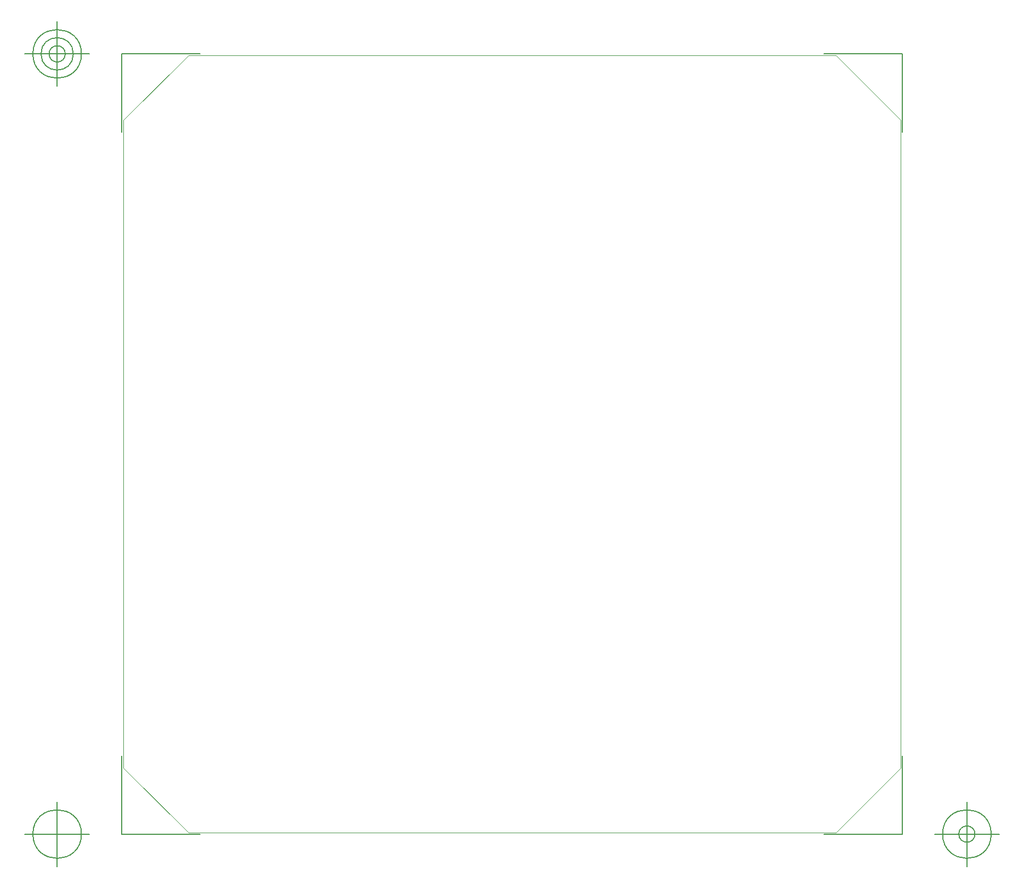
<source format=gbr>
G04 Generated by Ultiboard 14.3 *
%FSLAX34Y34*%
%MOMM*%

%ADD10C,0.0001*%
%ADD11C,0.0010*%
%ADD12C,0.1270*%


G04 ColorRGB 00FFFF for the following layer *
%LNBoard Outline*%
%LPD*%
G54D10*
G54D11*
X1100000Y1200000D02*
X100000Y1200000D01*
X0Y1100000D01*
X0Y100000D01*
X100000Y0D01*
X1100000Y0D01*
X1200000Y100000D01*
X1200000Y1100000D01*
X1100000Y1200000D01*
G54D12*
X-2540Y-2540D02*
X-2540Y117968D01*
X-2540Y-2540D02*
X117968Y-2540D01*
X1202540Y-2540D02*
X1082032Y-2540D01*
X1202540Y-2540D02*
X1202540Y117968D01*
X1202540Y1202540D02*
X1202540Y1082032D01*
X1202540Y1202540D02*
X1082032Y1202540D01*
X-2540Y1202540D02*
X117968Y1202540D01*
X-2540Y1202540D02*
X-2540Y1082032D01*
X-52540Y-2540D02*
X-152540Y-2540D01*
X-102540Y-52540D02*
X-102540Y47460D01*
X-140040Y-2540D02*
G75*
D01*
G02X-140040Y-2540I37500J0*
G01*
X1252540Y-2540D02*
X1352540Y-2540D01*
X1302540Y-52540D02*
X1302540Y47460D01*
X1265040Y-2540D02*
G75*
D01*
G02X1265040Y-2540I37500J0*
G01*
X1290040Y-2540D02*
G75*
D01*
G02X1290040Y-2540I12500J0*
G01*
X-52540Y1202540D02*
X-152540Y1202540D01*
X-102540Y1152540D02*
X-102540Y1252540D01*
X-140040Y1202540D02*
G75*
D01*
G02X-140040Y1202540I37500J0*
G01*
X-127540Y1202540D02*
G75*
D01*
G02X-127540Y1202540I25000J0*
G01*
X-115040Y1202540D02*
G75*
D01*
G02X-115040Y1202540I12500J0*
G01*

M02*

</source>
